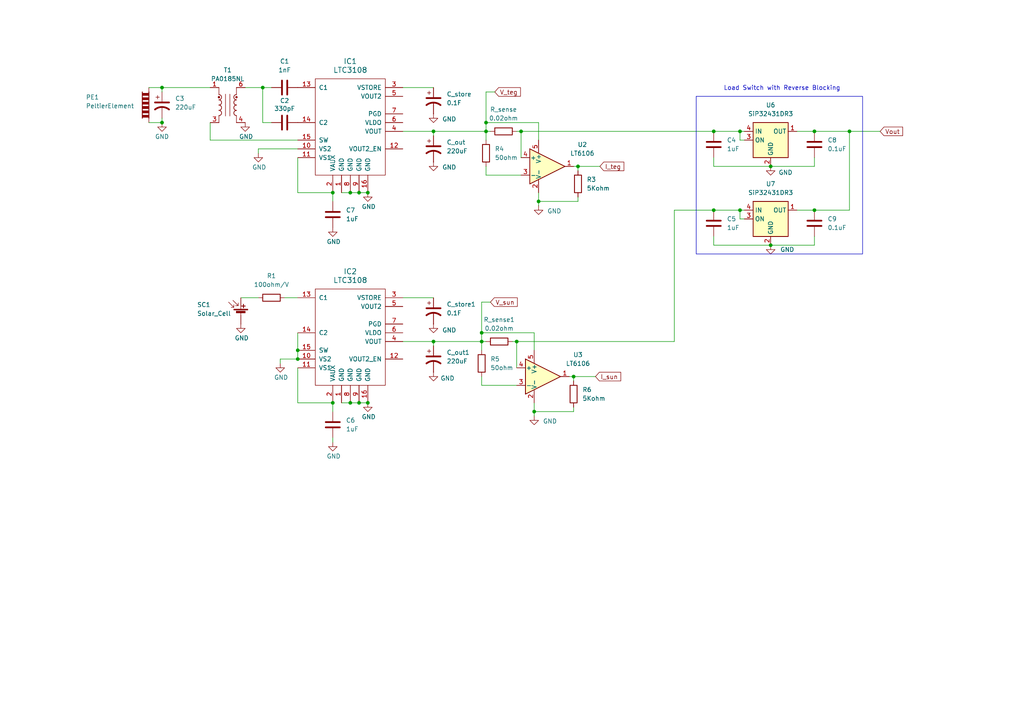
<source format=kicad_sch>
(kicad_sch (version 20231120) (generator "eeschema") (generator_version "8.0")
  (paper "A4")
  (lib_symbols
    (symbol "Amplifier_Current:LT6106" (pin_names (offset 0.127))
      (property "Reference" "U" (at 1.27 5.08 0))
      (property "Value" "LT6106" (at 0 -5.08 0))
      (symbol "LT6106_0_1"
        (polyline (pts (xy -5.08 5.08) (xy 5.08 0) (xy -5.08 -5.08) (xy -5.08 5.08)) (stroke (width 0.254)) (fill (type background)))
      )
      (symbol "LT6106_1_1"
        (pin open_collector line (at 7.62 0 180) (length 2.54) (name "~") (number "1"))
        (pin power_in line (at -2.54 -7.62 90) (length 3.81) (name "V-") (number "2"))
        (pin input line (at -7.62 -2.54 0) (length 2.54) (name "-") (number "3"))
        (pin input line (at -7.62 2.54 0) (length 2.54) (name "+") (number "4"))
        (pin power_in line (at -2.54 7.62 270) (length 3.81) (name "V+") (number "5"))
      )
    )
    (symbol "Device:C" (pin_numbers hide) (pin_names (offset 0.254))
      (property "Reference" "C" (at 0.635 2.54 0))
      (property "Value" "C" (at 0.635 -2.54 0))
      (symbol "C_0_1"
        (polyline (pts (xy -2.032 -0.762) (xy 2.032 -0.762)) (stroke (width 0.508)))
        (polyline (pts (xy -2.032 0.762) (xy 2.032 0.762)) (stroke (width 0.508)))
      )
      (symbol "C_1_1"
        (pin passive line (at 0 3.81 270) (length 2.794) (name "~") (number "1"))
        (pin passive line (at 0 -3.81 90) (length 2.794) (name "~") (number "2"))
      )
    )
    (symbol "Device:C_Polarized_US" (pin_numbers hide) (pin_names (offset 0.254) hide)
      (property "Reference" "C" (at 0.635 2.54 0))
      (property "Value" "C_Polarized_US" (at 0.635 -2.54 0))
      (symbol "C_Polarized_US_0_1"
        (polyline (pts (xy -2.032 0.762) (xy 2.032 0.762)) (stroke (width 0.508)))
        (polyline (pts (xy -1.778 2.286) (xy -0.762 2.286)))
        (polyline (pts (xy -1.27 1.778) (xy -1.27 2.794)))
        (arc (start 2.032 -1.27) (mid 0 -0.5572) (end -2.032 -1.27) (stroke (width 0.508)))
      )
      (symbol "C_Polarized_US_1_1"
        (pin passive line (at 0 3.81 270) (length 2.794) (name "~") (number "1"))
        (pin passive line (at 0 -3.81 90) (length 3.302) (name "~") (number "2"))
      )
    )
    (symbol "Device:PeltierElement" (pin_numbers hide) (pin_names (offset 0))
      (property "Reference" "PE" (at 0 3.175 0))
      (property "Value" "PeltierElement" (at 0 -1.27 0))
      (symbol "PeltierElement_0_1"
        (rectangle (start -3.556 1.905) (end -2.921 0) (fill (type outline)))
        (rectangle (start -2.286 1.905) (end -1.651 0) (fill (type outline)))
        (rectangle (start -0.381 1.905) (end -1.016 0) (fill (type outline)))
        (polyline (pts (xy -3.81 0) (xy 3.81 0)) (stroke (width 0.254)) (fill (type outline)))
        (polyline (pts (xy -3.81 1.905) (xy 3.81 1.905)) (stroke (width 0.254)))
        (rectangle (start 0.889 1.905) (end 0.254 0) (fill (type outline)))
        (rectangle (start 1.524 0) (end 2.159 1.905) (fill (type outline)))
        (rectangle (start 2.794 0) (end 3.429 1.905) (fill (type outline)))
      )
      (symbol "PeltierElement_1_1"
        (pin passive line (at -5.08 0 0) (length 1.27) (name "~") (number "1"))
        (pin passive line (at 5.08 0 180) (length 1.27) (name "~") (number "2"))
      )
    )
    (symbol "Device:R" (pin_numbers hide) (pin_names (offset 0))
      (property "Reference" "R" (at 2.032 0 90))
      (property "Value" "R" (at 0 0 90))
      (symbol "R_0_1"
        (rectangle (start -1.016 -2.54) (end 1.016 2.54) (stroke (width 0.254)))
      )
      (symbol "R_1_1"
        (pin passive line (at 0 3.81 270) (length 1.27) (name "~") (number "1"))
        (pin passive line (at 0 -3.81 90) (length 1.27) (name "~") (number "2"))
      )
    )
    (symbol "Device:Solar_Cell" (pin_numbers hide) (pin_names (offset 0) hide)
      (property "Reference" "SC" (at 2.54 2.54 0))
      (property "Value" "Solar_Cell" (at 2.54 0 0))
      (symbol "Solar_Cell_0_1"
        (rectangle (start -2.032 1.778) (end 2.032 1.524) (fill (type outline)))
        (rectangle (start -1.3208 1.1938) (end 1.27 0.6858) (fill (type outline)))
        (polyline (pts (xy -2.032 2.286) (xy -3.556 3.81)))
        (polyline (pts (xy -0.762 2.794) (xy -2.286 4.318)))
        (polyline (pts (xy 0 0.762) (xy 0 0)))
        (polyline (pts (xy 0 1.778) (xy 0 2.54)))
        (polyline (pts (xy 0.254 2.667) (xy 1.27 2.667)) (stroke (width 0.254)))
        (polyline (pts (xy 0.762 3.175) (xy 0.762 2.159)) (stroke (width 0.254)))
        (polyline (pts (xy -2.032 3.048) (xy -2.032 2.286) (xy -2.794 2.286)))
        (polyline (pts (xy -0.762 3.556) (xy -0.762 2.794) (xy -1.524 2.794)))
      )
      (symbol "Solar_Cell_1_1"
        (pin passive line (at 0 5.08 270) (length 2.54) (name "+") (number "1"))
        (pin passive line (at 0 -2.54 90) (length 2.54) (name "-") (number "2"))
      )
    )
    (symbol "Power_Management:SiP32431DR3"
      (property "Reference" "U" (at 0 8.89 0))
      (property "Value" "SiP32431DR3" (at 0 6.35 0))
      (symbol "SiP32431DR3_0_1"
        (rectangle (start -5.08 5.08) (end 5.08 -5.08) (stroke (width 0.254)) (fill (type background)))
      )
      (symbol "SiP32431DR3_1_1"
        (pin passive line (at 7.62 2.54 180) (length 2.54) (name "OUT") (number "1"))
        (pin power_in line (at 0 -7.62 90) (length 2.54) (name "GND") (number "2"))
        (pin input line (at -7.62 0 0) (length 2.54) (name "ON") (number "3"))
        (pin passive line (at -7.62 2.54 0) (length 2.54) (name "IN") (number "4"))
        (pin passive line (at 0 -7.62 90) (length 2.54) hide (name "GND") (number "5"))
        (pin no_connect line (at 5.08 0 180) (length 2.54) hide (name "NC") (number "6"))
      )
    )
    (symbol "Transformer:PA0185NL" (pin_names hide)
      (property "Reference" "T" (at 0 6.35 0))
      (property "Value" "PA0185NL" (at 0 -6.35 0))
      (symbol "PA0185NL_0_1"
        (arc (start -2.54 -3.048) (mid -1.7813 -2.286) (end -2.54 -1.524) (stroke (width 0.2032)))
        (arc (start -2.54 -1.524) (mid -1.7813 -0.762) (end -2.54 0) (stroke (width 0.2032)))
        (arc (start -2.54 0) (mid -1.7813 0.762) (end -2.54 1.524) (stroke (width 0.2032)))
        (circle (center -2.54 2.286) (radius 0.254) (fill (type outline)))
        (polyline (pts (xy -2.54 -3.048) (xy -2.54 -5.08)))
        (polyline (pts (xy -2.54 5.08) (xy -2.54 3.048)))
        (polyline (pts (xy -0.635 3.175) (xy -0.635 -3.175)))
        (polyline (pts (xy 0.635 3.175) (xy 0.635 -3.175)))
        (polyline (pts (xy 2.54 -3.048) (xy 2.54 -5.08)))
        (polyline (pts (xy 2.54 5.08) (xy 2.54 3.048)))
        (arc (start 2.54 -1.524) (mid 1.7813 -2.286) (end 2.54 -3.048) (stroke (width 0.2032)))
        (arc (start 2.54 0) (mid 1.7813 -0.762) (end 2.54 -1.524) (stroke (width 0.2032)))
        (arc (start 2.54 1.524) (mid 1.7813 0.762) (end 2.54 0) (stroke (width 0.2032)))
        (circle (center 2.54 2.286) (radius 0.254) (fill (type outline)))
        (arc (start 2.54 3.048) (mid 1.7813 2.286) (end 2.54 1.524) (stroke (width 0.2032)))
      )
      (symbol "PA0185NL_1_1"
        (arc (start -2.54 1.524) (mid -1.7813 2.286) (end -2.54 3.048) (stroke (width 0.2032)))
        (pin passive line (at -5.08 5.08 0) (length 2.54) (name "~") (number "1"))
        (pin passive line (at -5.08 -5.08 0) (length 2.54) (name "~") (number "3"))
        (pin passive line (at 5.08 -5.08 180) (length 2.54) (name "~") (number "4"))
        (pin passive line (at 5.08 5.08 180) (length 2.54) (name "~") (number "6"))
      )
    )
    (symbol "ltc3108-cache:LTC3108" (pin_names (offset 1.016))
      (property "Reference" "IC" (at 8.89 13.97 0))
      (property "Value" "LTC3108" (at -5.08 13.97 0))
      (symbol "LTC3108_0_1"
        (rectangle (start 10.16 -15.24) (end -10.16 12.7))
      )
      (symbol "LTC3108_1_1"
        (pin power_in line (at -2.54 -20.32 90) (length 5.08) (name "GND") (number "1"))
        (pin input line (at -15.24 -7.62 0) (length 5.08) (name "VS2") (number "10"))
        (pin input line (at -15.24 -10.16 0) (length 5.08) (name "VS1") (number "11"))
        (pin input line (at 15.24 -7.62 180) (length 5.08) (name "VOUT2_EN") (number "12"))
        (pin power_in line (at -15.24 10.16 0) (length 5.08) (name "C1") (number "13"))
        (pin power_in line (at -15.24 0 0) (length 5.08) (name "C2") (number "14"))
        (pin power_out line (at -15.24 -5.08 0) (length 5.08) (name "SW") (number "15"))
        (pin power_in line (at 5.08 -20.32 90) (length 5.08) (name "GND") (number "16"))
        (pin power_out line (at -5.08 -20.32 90) (length 5.08) (name "VAUX") (number "2"))
        (pin power_out line (at 15.24 10.16 180) (length 5.08) (name "VSTORE") (number "3"))
        (pin power_out line (at 15.24 -2.54 180) (length 5.08) (name "VOUT") (number "4"))
        (pin power_out line (at 15.24 7.62 180) (length 5.08) (name "VOUT2") (number "5"))
        (pin power_out line (at 15.24 0 180) (length 5.08) (name "VLDO") (number "6"))
        (pin output line (at 15.24 2.54 180) (length 5.08) (name "PGD") (number "7"))
        (pin power_in line (at 0 -20.32 90) (length 5.08) (name "GND") (number "8"))
        (pin power_in line (at 2.54 -20.32 90) (length 5.08) (name "GND") (number "9"))
      )
    )
    (symbol "power:GND" (power) (pin_numbers hide) (pin_names (offset 0) hide)
      (property "Value" "GND" (at 0 -3.81 0))
      (symbol "GND_0_1"
        (polyline (pts (xy 0 0) (xy 0 -1.27) (xy 1.27 -1.27) (xy 0 -2.54) (xy -1.27 -1.27) (xy 0 -1.27)))
      )
      (symbol "GND_1_1"
        (pin power_in line (at 0 0 270) (length 0) (name "~") (number "1"))
      )
    )
  )
  (junction (at 86.36 101.6))
  (junction (at 207.01 38.1))
  (junction (at 104.14 116.84))
  (junction (at 104.14 55.88))
  (junction (at 236.22 38.1))
  (junction (at 140.97 35.56))
  (junction (at 96.52 55.88))
  (junction (at 166.37 109.22))
  (junction (at 125.73 38.1))
  (junction (at 151.13 38.1))
  (junction (at 96.52 116.84))
  (junction (at 101.6 55.88))
  (junction (at 207.01 60.96))
  (junction (at 156.21 58.42))
  (junction (at 46.99 35.56))
  (junction (at 140.97 38.1))
  (junction (at 76.2 25.4))
  (junction (at 86.36 104.14))
  (junction (at 154.94 119.38))
  (junction (at 223.52 71.12))
  (junction (at 125.73 99.06))
  (junction (at 46.99 25.4))
  (junction (at 236.22 60.96))
  (junction (at 246.38 38.1))
  (junction (at 139.7 99.06))
  (junction (at 223.52 48.26))
  (junction (at 101.6 116.84))
  (junction (at 139.7 96.52))
  (junction (at 167.64 48.26))
  (junction (at 106.68 116.84))
  (junction (at 106.68 55.88))
  (junction (at 214.63 38.1))
  (junction (at 214.63 60.96))
  (junction (at 149.86 99.06))
  (wire (pts (xy 149.86 99.06) (xy 195.58 99.06)))
  (wire (pts (xy 125.73 39.37) (xy 125.73 38.1)))
  (wire (pts (xy 231.14 60.96) (xy 236.22 60.96)))
  (wire (pts (xy 149.86 111.76) (xy 139.7 111.76)))
  (wire (pts (xy 215.9 38.1) (xy 214.63 38.1)))
  (wire (pts (xy 71.12 25.4) (xy 76.2 25.4)))
  (wire (pts (xy 139.7 96.52) (xy 154.94 96.52)))
  (wire (pts (xy 236.22 71.12) (xy 223.52 71.12)))
  (wire (pts (xy 236.22 45.72) (xy 236.22 48.26)))
  (wire (pts (xy 214.63 40.64) (xy 214.63 38.1)))
  (wire (pts (xy 246.38 60.96) (xy 246.38 38.1)))
  (wire (pts (xy 167.64 48.26) (xy 173.99 48.26)))
  (wire (pts (xy 246.38 38.1) (xy 255.27 38.1)))
  (wire (pts (xy 214.63 63.5) (xy 214.63 60.96)))
  (wire (pts (xy 116.84 86.36) (xy 125.73 86.36)))
  (wire (pts (xy 96.52 55.88) (xy 96.52 58.42)))
  (wire (pts (xy 86.36 104.14) (xy 81.28 104.14)))
  (wire (pts (xy 151.13 38.1) (xy 151.13 45.72)))
  (wire (pts (xy 101.6 116.84) (xy 104.14 116.84)))
  (wire (pts (xy 195.58 99.06) (xy 195.58 60.96)))
  (wire (pts (xy 236.22 48.26) (xy 223.52 48.26)))
  (wire (pts (xy 149.86 38.1) (xy 151.13 38.1)))
  (wire (pts (xy 46.99 25.4) (xy 60.96 25.4)))
  (wire (pts (xy 139.7 87.63) (xy 139.7 96.52)))
  (wire (pts (xy 140.97 38.1) (xy 142.24 38.1)))
  (wire (pts (xy 140.97 38.1) (xy 140.97 40.64)))
  (wire (pts (xy 207.01 60.96) (xy 195.58 60.96)))
  (wire (pts (xy 76.2 25.4) (xy 78.74 25.4)))
  (wire (pts (xy 76.2 25.4) (xy 76.2 35.56)))
  (wire (pts (xy 139.7 99.06) (xy 125.73 99.06)))
  (wire (pts (xy 139.7 99.06) (xy 140.97 99.06)))
  (wire (pts (xy 43.18 25.4) (xy 46.99 25.4)))
  (wire (pts (xy 99.06 55.88) (xy 101.6 55.88)))
  (wire (pts (xy 207.01 68.58) (xy 207.01 71.12)))
  (wire (pts (xy 166.37 109.22) (xy 165.1 109.22)))
  (wire (pts (xy 140.97 35.56) (xy 140.97 38.1)))
  (wire (pts (xy 167.64 48.26) (xy 166.37 48.26)))
  (wire (pts (xy 207.01 60.96) (xy 214.63 60.96)))
  (wire (pts (xy 154.94 101.6) (xy 154.94 96.52)))
  (wire (pts (xy 99.06 116.84) (xy 101.6 116.84)))
  (wire (pts (xy 215.9 60.96) (xy 214.63 60.96)))
  (wire (pts (xy 139.7 96.52) (xy 139.7 99.06)))
  (wire (pts (xy 236.22 60.96) (xy 246.38 60.96)))
  (wire (pts (xy 207.01 38.1) (xy 214.63 38.1)))
  (wire (pts (xy 86.36 101.6) (xy 86.36 104.14)))
  (wire (pts (xy 86.36 40.64) (xy 60.96 40.64)))
  (wire (pts (xy 167.64 57.15) (xy 167.64 58.42)))
  (wire (pts (xy 46.99 26.67) (xy 46.99 25.4)))
  (wire (pts (xy 167.64 58.42) (xy 156.21 58.42)))
  (wire (pts (xy 43.18 35.56) (xy 46.99 35.56)))
  (wire (pts (xy 69.85 86.36) (xy 74.93 86.36)))
  (wire (pts (xy 104.14 55.88) (xy 106.68 55.88)))
  (wire (pts (xy 236.22 38.1) (xy 246.38 38.1)))
  (wire (pts (xy 139.7 111.76) (xy 139.7 109.22)))
  (wire (pts (xy 156.21 40.64) (xy 156.21 35.56)))
  (wire (pts (xy 74.93 43.18) (xy 74.93 44.45)))
  (wire (pts (xy 156.21 35.56) (xy 140.97 35.56)))
  (wire (pts (xy 116.84 25.4) (xy 125.73 25.4)))
  (wire (pts (xy 125.73 100.33) (xy 125.73 99.06)))
  (wire (pts (xy 96.52 127) (xy 96.52 128.27)))
  (wire (pts (xy 139.7 99.06) (xy 139.7 101.6)))
  (wire (pts (xy 125.73 38.1) (xy 140.97 38.1)))
  (wire (pts (xy 86.36 45.72) (xy 86.36 55.88)))
  (wire (pts (xy 215.9 40.64) (xy 214.63 40.64)))
  (wire (pts (xy 101.6 55.88) (xy 104.14 55.88)))
  (wire (pts (xy 60.96 40.64) (xy 60.96 35.56)))
  (wire (pts (xy 86.36 116.84) (xy 96.52 116.84)))
  (wire (pts (xy 78.74 35.56) (xy 76.2 35.56)))
  (wire (pts (xy 82.55 86.36) (xy 86.36 86.36)))
  (wire (pts (xy 116.84 38.1) (xy 125.73 38.1)))
  (wire (pts (xy 149.86 99.06) (xy 148.59 99.06)))
  (wire (pts (xy 81.28 104.14) (xy 81.28 105.41)))
  (wire (pts (xy 142.24 87.63) (xy 139.7 87.63)))
  (wire (pts (xy 236.22 68.58) (xy 236.22 71.12)))
  (wire (pts (xy 156.21 59.69) (xy 156.21 58.42)))
  (wire (pts (xy 86.36 106.68) (xy 86.36 116.84)))
  (wire (pts (xy 86.36 96.52) (xy 86.36 101.6)))
  (wire (pts (xy 46.99 34.29) (xy 46.99 35.56)))
  (wire (pts (xy 207.01 45.72) (xy 207.01 48.26)))
  (wire (pts (xy 215.9 63.5) (xy 214.63 63.5)))
  (wire (pts (xy 231.14 38.1) (xy 236.22 38.1)))
  (wire (pts (xy 96.52 116.84) (xy 96.52 119.38)))
  (wire (pts (xy 167.64 49.53) (xy 167.64 48.26)))
  (wire (pts (xy 151.13 38.1) (xy 207.01 38.1)))
  (wire (pts (xy 104.14 116.84) (xy 106.68 116.84)))
  (wire (pts (xy 86.36 43.18) (xy 74.93 43.18)))
  (wire (pts (xy 166.37 118.11) (xy 166.37 119.38)))
  (wire (pts (xy 116.84 99.06) (xy 125.73 99.06)))
  (wire (pts (xy 207.01 48.26) (xy 223.52 48.26)))
  (wire (pts (xy 166.37 109.22) (xy 172.72 109.22)))
  (wire (pts (xy 207.01 71.12) (xy 223.52 71.12)))
  (wire (pts (xy 151.13 50.8) (xy 140.97 50.8)))
  (wire (pts (xy 149.86 99.06) (xy 149.86 106.68)))
  (wire (pts (xy 143.51 26.67) (xy 140.97 26.67)))
  (wire (pts (xy 86.36 55.88) (xy 96.52 55.88)))
  (wire (pts (xy 154.94 120.65) (xy 154.94 119.38)))
  (wire (pts (xy 140.97 50.8) (xy 140.97 48.26)))
  (wire (pts (xy 166.37 119.38) (xy 154.94 119.38)))
  (wire (pts (xy 140.97 26.67) (xy 140.97 35.56)))
  (wire (pts (xy 156.21 58.42) (xy 156.21 55.88)))
  (wire (pts (xy 166.37 110.49) (xy 166.37 109.22)))
  (wire (pts (xy 154.94 119.38) (xy 154.94 116.84)))
  (rectangle (start 201.93 27.94) (end 250.19 73.66))
  (text "Load Switch with Reverse Blocking" (at 226.822 25.654 0) (effects (font (size 1.27 1.27))))
  (global_label "I_sun" (shape input) (at 172.72 109.22 0) (property "Intersheetrefs" "${INTERSHEET_REFS}" (effects (hide yes))))
  (global_label "V_teg" (shape input) (at 143.51 26.67 0) (property "Intersheetrefs" "${INTERSHEET_REFS}" (effects (hide yes))))
  (global_label "Vout" (shape input) (at 255.27 38.1 0) (property "Intersheetrefs" "${INTERSHEET_REFS}" (effects (hide yes))))
  (global_label "V_sun" (shape input) (at 142.24 87.63 0) (property "Intersheetrefs" "${INTERSHEET_REFS}" (effects (hide yes))))
  (global_label "I_teg" (shape input) (at 173.99 48.26 0) (property "Intersheetrefs" "${INTERSHEET_REFS}" (effects (hide yes))))
  (symbol (lib_id "Device:C_Polarized_US") (at 46.99 30.48 0) (unit 1)
    (property "Reference" "C3" (at 50.8 28.5749 0) (effects (justify left)))
    (property "Value" "220uF" (at 50.8 31.1149 0) (effects (justify left)))
    (property "Description" "Polarized capacitor, US symbol" (effects (hide yes)))
  )
  (symbol (lib_id "Amplifier_Current:LT6106") (at 158.75 48.26 0) (unit 1)
    (property "Reference" "U2" (at 168.91 41.9414 0))
    (property "Value" "LT6106" (at 168.91 44.4814 0))
    (property "Footprint" "Package_TO_SOT_SMD:SOT-23-5" (effects (hide yes)))
    (property "Datasheet" "https://www.analog.com/media/en/technical-documentation/data-sheets/6106fb.pdf" (effects (hide yes)))
    (property "Description" "36V Low Cost, High Side Current Sense, SOT-23-5" (effects (hide yes)))
  )
  (symbol (lib_id "Device:C_Polarized_US") (at 125.73 29.21 0) (unit 1)
    (property "Reference" "C_store" (at 129.54 27.3049 0) (effects (justify left)))
    (property "Value" "0.1F" (at 129.54 29.8449 0) (effects (justify left)))
    (property "Description" "Polarized capacitor, US symbol" (effects (hide yes)))
  )
  (symbol (lib_id "Device:C") (at 96.52 123.19 0) (unit 1)
    (property "Reference" "C6" (at 100.33 121.9199 0) (effects (justify left)))
    (property "Value" "1uF" (at 100.33 124.4599 0) (effects (justify left)))
    (property "Description" "Unpolarized capacitor" (effects (hide yes)))
  )
  (symbol (lib_id "power:GND") (at 69.85 93.98 0) (unit 1)
    (property "Reference" "#PWR013" (effects (hide yes)))
    (property "Value" "GND" (at 70.104 98.044 0))
    (property "Description" "Power symbol creates a global label with name \"GND\" , ground" (effects (hide yes)))
  )
  (symbol (lib_id "Device:C") (at 207.01 64.77 0) (unit 1)
    (property "Reference" "C5" (at 210.82 63.4999 0) (effects (justify left)))
    (property "Value" "1uF" (at 210.82 66.0399 0) (effects (justify left)))
    (property "Description" "Unpolarized capacitor" (effects (hide yes)))
  )
  (symbol (lib_id "Device:C") (at 236.22 64.77 0) (unit 1)
    (property "Reference" "C9" (at 240.03 63.4999 0) (effects (justify left)))
    (property "Value" "0.1uF" (at 240.03 66.0399 0) (effects (justify left)))
    (property "Description" "Unpolarized capacitor" (effects (hide yes)))
  )
  (symbol (lib_id "power:GND") (at 96.52 128.27 0) (unit 1)
    (property "Reference" "#PWR09" (effects (hide yes)))
    (property "Value" "GND" (at 96.774 132.334 0))
    (property "Description" "Power symbol creates a global label with name \"GND\" , ground" (effects (hide yes)))
  )
  (symbol (lib_id "power:GND") (at 154.94 120.65 0) (unit 1)
    (property "Reference" "#PWR016" (effects (hide yes)))
    (property "Value" "GND" (at 159.512 122.174 0))
    (property "Description" "Power symbol creates a global label with name \"GND\" , ground" (effects (hide yes)))
  )
  (symbol (lib_id "Device:C_Polarized_US") (at 125.73 90.17 0) (unit 1)
    (property "Reference" "C_store1" (at 129.54 88.2649 0) (effects (justify left)))
    (property "Value" "0.1F" (at 129.54 90.8049 0) (effects (justify left)))
    (property "Description" "Polarized capacitor, US symbol" (effects (hide yes)))
  )
  (symbol (lib_id "Device:C") (at 82.55 25.4 90) (unit 1)
    (property "Reference" "C1" (at 82.55 17.78 90))
    (property "Value" "1nF" (at 82.55 20.32 90))
    (property "Description" "Unpolarized capacitor" (effects (hide yes)))
  )
  (symbol (lib_id "Device:C") (at 236.22 41.91 0) (unit 1)
    (property "Reference" "C8" (at 240.03 40.6399 0) (effects (justify left)))
    (property "Value" "0.1uF" (at 240.03 43.1799 0) (effects (justify left)))
    (property "Description" "Unpolarized capacitor" (effects (hide yes)))
  )
  (symbol (lib_id "power:GND") (at 125.73 46.99 0) (unit 1)
    (property "Reference" "#PWR07" (effects (hide yes)))
    (property "Value" "GND" (at 130.302 48.514 0))
    (property "Description" "Power symbol creates a global label with name \"GND\" , ground" (effects (hide yes)))
  )
  (symbol (lib_id "power:GND") (at 125.73 107.95 0) (unit 1)
    (property "Reference" "#PWR012" (effects (hide yes)))
    (property "Value" "GND" (at 129.794 109.728 0))
    (property "Description" "Power symbol creates a global label with name \"GND\" , ground" (effects (hide yes)))
  )
  (symbol (lib_id "power:GND") (at 96.52 66.04 0) (unit 1)
    (property "Reference" "#PWR05" (effects (hide yes)))
    (property "Value" "GND" (at 96.774 70.104 0))
    (property "Description" "Power symbol creates a global label with name \"GND\" , ground" (effects (hide yes)))
  )
  (symbol (lib_id "power:GND") (at 223.52 48.26 0) (unit 1)
    (property "Reference" "#PWR019" (effects (hide yes)))
    (property "Value" "GND" (at 227.838 50.038 0))
    (property "Description" "Power symbol creates a global label with name \"GND\" , ground" (effects (hide yes)))
  )
  (symbol (lib_id "power:GND") (at 46.99 35.56 0) (unit 1)
    (property "Reference" "#PWR02" (effects (hide yes)))
    (property "Value" "GND" (at 46.99 39.624 0))
    (property "Description" "Power symbol creates a global label with name \"GND\" , ground" (effects (hide yes)))
  )
  (symbol (lib_id "power:GND") (at 125.73 93.98 0) (unit 1)
    (property "Reference" "#PWR011" (effects (hide yes)))
    (property "Value" "GND" (at 130.302 95.758 0))
    (property "Description" "Power symbol creates a global label with name \"GND\" , ground" (effects (hide yes)))
  )
  (symbol (lib_id "ltc3108-cache:LTC3108") (at 101.6 35.56 0) (unit 1)
    (property "Reference" "IC1" (at 101.6 17.78 0) (effects (font (size 1.524 1.524))))
    (property "Value" "LTC3108" (at 101.6 20.32 0) (effects (font (size 1.524 1.524))))
  )
  (symbol (lib_id "power:GND") (at 71.12 35.56 0) (unit 1)
    (property "Reference" "#PWR01" (effects (hide yes)))
    (property "Value" "GND" (at 71.374 39.624 0))
    (property "Description" "Power symbol creates a global label with name \"GND\" , ground" (effects (hide yes)))
  )
  (symbol (lib_id "Device:C") (at 207.01 41.91 0) (unit 1)
    (property "Reference" "C4" (at 210.82 40.6399 0) (effects (justify left)))
    (property "Value" "1uF" (at 210.82 43.1799 0) (effects (justify left)))
    (property "Description" "Unpolarized capacitor" (effects (hide yes)))
  )
  (symbol (lib_id "Device:R") (at 144.78 99.06 90) (unit 1)
    (property "Reference" "R_sense1" (at 144.78 92.71 90))
    (property "Value" "0.02ohm" (at 144.78 95.25 90))
    (property "Description" "Resistor" (effects (hide yes)))
  )
  (symbol (lib_id "Device:R") (at 166.37 114.3 180) (unit 1)
    (property "Reference" "R6" (at 168.91 113.0299 0) (effects (justify right)))
    (property "Value" "5Kohm" (at 168.91 115.5699 0) (effects (justify right)))
    (property "Description" "Resistor" (effects (hide yes)))
  )
  (symbol (lib_id "ltc3108-cache:LTC3108") (at 101.6 96.52 0) (unit 1)
    (property "Reference" "IC2" (at 101.6 78.74 0) (effects (font (size 1.524 1.524))))
    (property "Value" "LTC3108" (at 101.6 81.28 0) (effects (font (size 1.524 1.524))))
  )
  (symbol (lib_id "power:GND") (at 74.93 44.45 0) (unit 1)
    (property "Reference" "#PWR04" (effects (hide yes)))
    (property "Value" "GND" (at 75.184 48.514 0))
    (property "Description" "Power symbol creates a global label with name \"GND\" , ground" (effects (hide yes)))
  )
  (symbol (lib_id "power:GND") (at 223.52 71.12 0) (unit 1)
    (property "Reference" "#PWR020" (effects (hide yes)))
    (property "Value" "GND" (at 228.346 72.39 0))
    (property "Description" "Power symbol creates a global label with name \"GND\" , ground" (effects (hide yes)))
  )
  (symbol (lib_id "power:GND") (at 106.68 116.84 0) (unit 1)
    (property "Reference" "#PWR010" (effects (hide yes)))
    (property "Value" "GND" (at 106.934 120.904 0))
    (property "Description" "Power symbol creates a global label with name \"GND\" , ground" (effects (hide yes)))
  )
  (symbol (lib_id "Device:R") (at 78.74 86.36 90) (unit 1)
    (property "Reference" "R1" (at 78.74 80.01 90))
    (property "Value" "100ohm/V" (at 78.74 82.55 90))
    (property "Description" "Resistor" (effects (hide yes)))
  )
  (symbol (lib_id "power:GND") (at 106.68 55.88 0) (unit 1)
    (property "Reference" "#PWR06" (effects (hide yes)))
    (property "Value" "GND" (at 106.934 59.944 0))
    (property "Description" "Power symbol creates a global label with name \"GND\" , ground" (effects (hide yes)))
  )
  (symbol (lib_id "Power_Management:SiP32431DR3") (at 223.52 63.5 0) (unit 1)
    (property "Reference" "U7" (at 223.52 53.34 0))
    (property "Value" "SiP32431DR3" (at 223.52 55.88 0))
    (property "Footprint" "Package_TO_SOT_SMD:SOT-363_SC-70-6" (effects (hide yes)))
    (property "Datasheet" "http://www.vishay.com.hk/docs/66597/sip32431.pdf" (effects (hide yes)))
    (property "Description" "10 pA, Ultra Low Leakage and Quiescent Current, Load Switch with Reverse Blocking, High Enable, SC-70-6" (effects (hide yes)))
  )
  (symbol (lib_id "power:GND") (at 156.21 59.69 0) (unit 1)
    (property "Reference" "#PWR015" (effects (hide yes)))
    (property "Value" "GND" (at 160.782 61.214 0))
    (property "Description" "Power symbol creates a global label with name \"GND\" , ground" (effects (hide yes)))
  )
  (symbol (lib_id "Device:R") (at 167.64 53.34 180) (unit 1)
    (property "Reference" "R3" (at 170.18 52.0699 0) (effects (justify right)))
    (property "Value" "5Kohm" (at 170.18 54.6099 0) (effects (justify right)))
    (property "Description" "Resistor" (effects (hide yes)))
  )
  (symbol (lib_id "Device:C_Polarized_US") (at 125.73 104.14 0) (unit 1)
    (property "Reference" "C_out1" (at 129.54 102.2349 0) (effects (justify left)))
    (property "Value" "220uF" (at 129.54 104.7749 0) (effects (justify left)))
    (property "Description" "Polarized capacitor, US symbol" (effects (hide yes)))
  )
  (symbol (lib_id "Device:Solar_Cell") (at 69.85 91.44 0) (unit 1)
    (property "Reference" "SC1" (at 57.15 88.392 0) (effects (justify left)))
    (property "Value" "Solar_Cell" (at 57.15 90.932 0) (effects (justify left)))
    (property "Description" "Single solar cell" (effects (hide yes)))
  )
  (symbol (lib_id "Device:PeltierElement") (at 43.18 30.48 90) (unit 1)
    (property "Reference" "PE1" (at 24.892 28.194 90) (effects (justify right)))
    (property "Value" "PeltierElement" (at 24.892 30.734 90) (effects (justify right)))
    (property "Description" "Peltier element, thermoelectric cooler" (effects (hide yes)))
  )
  (symbol (lib_id "power:GND") (at 125.73 33.02 0) (unit 1)
    (property "Reference" "#PWR03" (effects (hide yes)))
    (property "Value" "GND" (at 130.302 34.544 0))
    (property "Description" "Power symbol creates a global label with name \"GND\" , ground" (effects (hide yes)))
  )
  (symbol (lib_id "Device:C") (at 96.52 62.23 0) (unit 1)
    (property "Reference" "C7" (at 100.33 60.9599 0) (effects (justify left)))
    (property "Value" "1uF" (at 100.33 63.4999 0) (effects (justify left)))
    (property "Description" "Unpolarized capacitor" (effects (hide yes)))
  )
  (symbol (lib_id "Device:R") (at 146.05 38.1 90) (unit 1)
    (property "Reference" "R_sense" (at 146.05 31.75 90))
    (property "Value" "0.02ohm" (at 146.05 34.29 90))
    (property "Description" "Resistor" (effects (hide yes)))
  )
  (symbol (lib_id "Device:C") (at 82.55 35.56 90) (unit 1)
    (property "Reference" "C2" (at 82.55 29.21 90))
    (property "Value" "330pF" (at 82.55 31.496 90))
    (property "Description" "Unpolarized capacitor" (effects (hide yes)))
  )
  (symbol (lib_id "Device:C_Polarized_US") (at 125.73 43.18 0) (unit 1)
    (property "Reference" "C_out" (at 129.54 41.2749 0) (effects (justify left)))
    (property "Value" "220uF" (at 129.54 43.8149 0) (effects (justify left)))
    (property "Description" "Polarized capacitor, US symbol" (effects (hide yes)))
  )
  (symbol (lib_id "Amplifier_Current:LT6106") (at 157.48 109.22 0) (unit 1)
    (property "Reference" "U3" (at 167.64 102.9014 0))
    (property "Value" "LT6106" (at 167.64 105.4414 0))
    (property "Footprint" "Package_TO_SOT_SMD:SOT-23-5" (effects (hide yes)))
    (property "Datasheet" "https://www.analog.com/media/en/technical-documentation/data-sheets/6106fb.pdf" (effects (hide yes)))
    (property "Description" "36V Low Cost, High Side Current Sense, SOT-23-5" (effects (hide yes)))
  )
  (symbol (lib_id "power:GND") (at 81.28 105.41 0) (unit 1)
    (property "Reference" "#PWR08" (effects (hide yes)))
    (property "Value" "GND" (at 81.534 109.474 0))
    (property "Description" "Power symbol creates a global label with name \"GND\" , ground" (effects (hide yes)))
  )
  (symbol (lib_id "Transformer:PA0185NL") (at 66.04 30.48 0) (unit 1)
    (property "Reference" "T1" (at 66.04 20.32 0))
    (property "Value" "PA0185NL" (at 66.04 22.86 0))
    (property "Footprint" "Transformer_SMD:Pulse_PA2006NL" (effects (hide yes)))
    (property "Datasheet" "https://productfinder.pulseeng.com/products/datasheets/SPM2007_61.pdf" (effects (hide yes)))
    (property "Description" "SMT Gate Drive Transformer, 1:1" (effects (hide yes)))
  )
  (symbol (lib_id "Device:R") (at 140.97 44.45 180) (unit 1)
    (property "Reference" "R4" (at 143.51 43.1799 0) (effects (justify right)))
    (property "Value" "50ohm" (at 143.51 45.7199 0) (effects (justify right)))
    (property "Description" "Resistor" (effects (hide yes)))
  )
  (symbol (lib_id "Device:R") (at 139.7 105.41 180) (unit 1)
    (property "Reference" "R5" (at 142.24 104.1399 0) (effects (justify right)))
    (property "Value" "50ohm" (at 142.24 106.6799 0) (effects (justify right)))
    (property "Description" "Resistor" (effects (hide yes)))
  )
  (symbol (lib_id "Power_Management:SiP32431DR3") (at 223.52 40.64 0) (unit 1)
    (property "Reference" "U6" (at 223.52 30.48 0))
    (property "Value" "SiP32431DR3" (at 223.52 33.02 0))
    (property "Footprint" "Package_TO_SOT_SMD:SOT-363_SC-70-6" (effects (hide yes)))
    (property "Datasheet" "http://www.vishay.com.hk/docs/66597/sip32431.pdf" (effects (hide yes)))
    (property "Description" "10 pA, Ultra Low Leakage and Quiescent Current, Load Switch with Reverse Blocking, High Enable, SC-70-6" (effects (hide yes)))
  )
)
</source>
